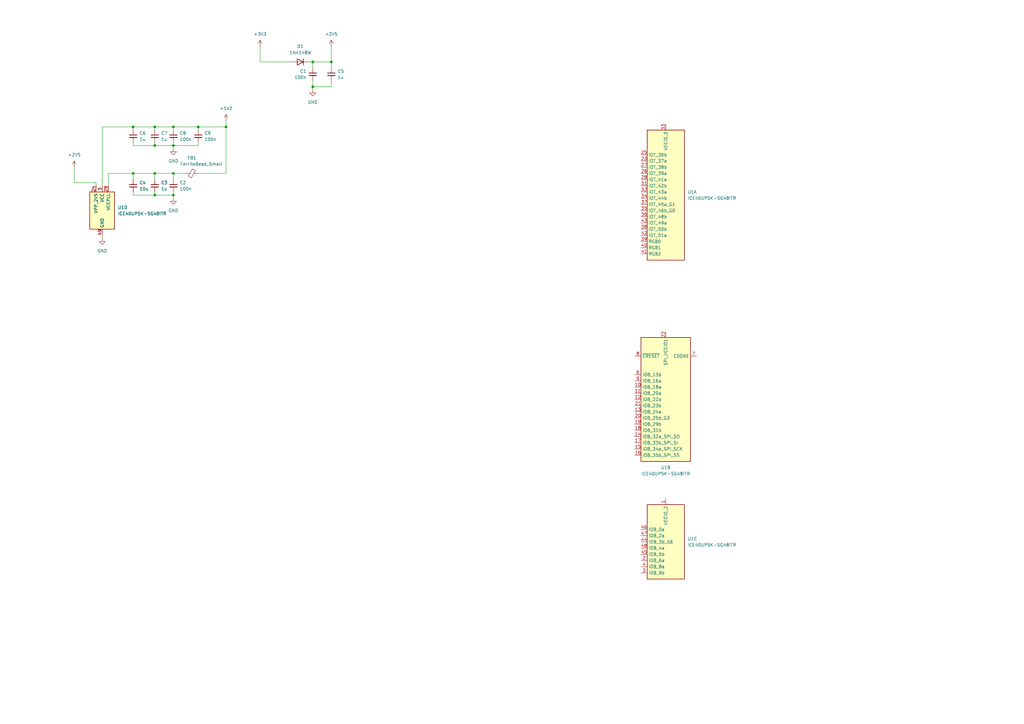
<source format=kicad_sch>
(kicad_sch (version 20230121) (generator eeschema)
  (paper "A3")
  (lib_symbols
    (symbol "Device:C_Small" (pin_numbers hide) (pin_names (offset 0.254) hide)
      (property "Reference" "C" (at 0.254 1.778 0))
      (property "Value" "C_Small" (at 0.254 -2.032 0))
      (symbol "C_Small_0_1"
        (polyline (pts (xy -1.524 -0.508) (xy 1.524 -0.508)) (stroke (width 0.3302)))
        (polyline (pts (xy -1.524 0.508) (xy 1.524 0.508)) (stroke (width 0.3048)))
      )
      (symbol "C_Small_1_1"
        (pin passive line (at 0 2.54 270) (length 2.032) (name "~") (number "1"))
        (pin passive line (at 0 -2.54 90) (length 2.032) (name "~") (number "2"))
      )
    )
    (symbol "Device:FerriteBead_Small" (pin_numbers hide) (pin_names (offset 0))
      (property "Reference" "FB" (at 1.905 1.27 0))
      (property "Value" "FerriteBead_Small" (at 1.905 -1.27 0))
      (symbol "FerriteBead_Small_0_1"
        (polyline (pts (xy 0 -1.27) (xy 0 -0.7874)))
        (polyline (pts (xy 0 0.889) (xy 0 1.2954)))
        (polyline (pts (xy -1.8288 0.2794) (xy -1.1176 1.4986) (xy 1.8288 -0.2032) (xy 1.1176 -1.4224) (xy -1.8288 0.2794)))
      )
      (symbol "FerriteBead_Small_1_1"
        (pin passive line (at 0 2.54 270) (length 1.27) (name "~") (number "1"))
        (pin passive line (at 0 -2.54 90) (length 1.27) (name "~") (number "2"))
      )
    )
    (symbol "Diode:1N4148W" (pin_numbers hide) (pin_names hide)
      (property "Reference" "D" (at 0 2.54 0))
      (property "Value" "1N4148W" (at 0 -2.54 0))
      (symbol "1N4148W_0_1"
        (polyline (pts (xy -1.27 1.27) (xy -1.27 -1.27)) (stroke (width 0.254)))
        (polyline (pts (xy 1.27 0) (xy -1.27 0)))
        (polyline (pts (xy 1.27 1.27) (xy 1.27 -1.27) (xy -1.27 0) (xy 1.27 1.27)) (stroke (width 0.254)))
      )
      (symbol "1N4148W_1_1"
        (pin passive line (at -3.81 0 0) (length 2.54) (name "K") (number "1"))
        (pin passive line (at 3.81 0 180) (length 2.54) (name "A") (number "2"))
      )
    )
    (symbol "FPGA_Lattice:ICE40UP5K-SG48ITR"
      (property "Reference" "U" (at -8.89 -29.21 0))
      (property "Value" "ICE40UP5K-SG48ITR" (at 0 -31.75 0))
      (symbol "ICE40UP5K-SG48ITR_1_1"
        (rectangle (start -7.62 25.4) (end 7.62 -27.94) (stroke (width 0.254)) (fill (type background)))
        (pin bidirectional line (at -10.16 12.7 0) (length 2.54) (name "IOT_37a") (number "23"))
        (pin bidirectional line (at -10.16 15.24 0) (length 2.54) (name "IOT_36b") (number "25"))
        (pin bidirectional line (at -10.16 7.62 0) (length 2.54) (name "IOT_39a") (number "26"))
        (pin bidirectional line (at -10.16 10.16 0) (length 2.54) (name "IOT_38b") (number "27"))
        (pin bidirectional line (at -10.16 5.08 0) (length 2.54) (name "IOT_41a") (number "28"))
        (pin bidirectional line (at -10.16 2.54 0) (length 2.54) (name "IOT_42b") (number "31"))
        (pin bidirectional line (at -10.16 0 0) (length 2.54) (name "IOT_43a") (number "32"))
        (pin power_in line (at 0 27.94 270) (length 2.54) (name "VCCIO_0") (number "33"))
        (pin bidirectional line (at -10.16 -2.54 0) (length 2.54) (name "IOT_44b") (number "34"))
        (pin bidirectional line (at -10.16 -7.62 0) (length 2.54) (name "IOT_46b_G0") (number "35"))
        (pin bidirectional line (at -10.16 -10.16 0) (length 2.54) (name "IOT_48b") (number "36"))
        (pin bidirectional line (at -10.16 -5.08 0) (length 2.54) (name "IOT_45a_G1") (number "37"))
        (pin bidirectional line (at -10.16 -15.24 0) (length 2.54) (name "IOT_50b") (number "38"))
        (pin open_collector line (at -10.16 -20.32 0) (length 2.54) (name "RGB0") (number "39"))
        (pin open_collector line (at -10.16 -22.86 0) (length 2.54) (name "RGB1") (number "40"))
        (pin open_collector line (at -10.16 -25.4 0) (length 2.54) (name "RGB2") (number "41"))
        (pin bidirectional line (at -10.16 -17.78 0) (length 2.54) (name "IOT_51a") (number "42"))
        (pin bidirectional line (at -10.16 -12.7 0) (length 2.54) (name "IOT_49a") (number "43"))
      )
      (symbol "ICE40UP5K-SG48ITR_2_1"
        (rectangle (start -10.16 25.4) (end 10.16 -25.4) (stroke (width 0.254)) (fill (type background)))
        (pin bidirectional line (at -12.7 5.08 0) (length 2.54) (name "IOB_18a") (number "10"))
        (pin bidirectional line (at -12.7 2.54 0) (length 2.54) (name "IOB_20a") (number "11"))
        (pin bidirectional line (at -12.7 0 0) (length 2.54) (name "IOB_22a") (number "12"))
        (pin bidirectional line (at -12.7 -5.08 0) (length 2.54) (name "IOB_24a") (number "13"))
        (pin bidirectional line (at -12.7 -15.24 0) (length 2.54) (name "IOB_32a_SPI_SO") (number "14"))
        (pin bidirectional line (at -12.7 -20.32 0) (length 2.54) (name "IOB_34a_SPI_SCK") (number "15"))
        (pin bidirectional line (at -12.7 -22.86 0) (length 2.54) (name "IOB_35b_SPI_SS") (number "16"))
        (pin bidirectional line (at -12.7 -17.78 0) (length 2.54) (name "IOB_33b_SPI_SI") (number "17"))
        (pin bidirectional line (at -12.7 -12.7 0) (length 2.54) (name "IOB_31b") (number "18"))
        (pin bidirectional line (at -12.7 -10.16 0) (length 2.54) (name "IOB_29b") (number "19"))
        (pin bidirectional line (at -12.7 -7.62 0) (length 2.54) (name "IOB_25b_G3") (number "20"))
        (pin bidirectional line (at -12.7 -2.54 0) (length 2.54) (name "IOB_23b") (number "21"))
        (pin power_in line (at 0 27.94 270) (length 2.54) (name "SPI_VCCIO1") (number "22"))
        (pin bidirectional line (at -12.7 10.16 0) (length 2.54) (name "IOB_13b") (number "6"))
        (pin open_collector line (at 12.7 17.78 180) (length 2.54) (name "CDONE") (number "7"))
        (pin input line (at -12.7 17.78 0) (length 2.54) (name "~{CRESET}") (number "8"))
        (pin bidirectional line (at -12.7 7.62 0) (length 2.54) (name "IOB_16a") (number "9"))
      )
      (symbol "ICE40UP5K-SG48ITR_3_1"
        (rectangle (start -7.62 15.24) (end 7.62 -15.24) (stroke (width 0.254)) (fill (type background)))
        (pin power_in line (at 0 17.78 270) (length 2.54) (name "VCCIO_2") (number "1"))
        (pin bidirectional line (at -10.16 -7.62 0) (length 2.54) (name "IOB_6a") (number "2"))
        (pin bidirectional line (at -10.16 -12.7 0) (length 2.54) (name "IOB_9b") (number "3"))
        (pin bidirectional line (at -10.16 -10.16 0) (length 2.54) (name "IOB_8a") (number "4"))
        (pin bidirectional line (at -10.16 0 0) (length 2.54) (name "IOB_3b_G6") (number "44"))
        (pin bidirectional line (at -10.16 -5.08 0) (length 2.54) (name "IOB_5b") (number "45"))
        (pin bidirectional line (at -10.16 5.08 0) (length 2.54) (name "IOB_0a") (number "46"))
        (pin bidirectional line (at -10.16 2.54 0) (length 2.54) (name "IOB_2a") (number "47"))
        (pin bidirectional line (at -10.16 -2.54 0) (length 2.54) (name "IOB_4a") (number "48"))
      )
      (symbol "ICE40UP5K-SG48ITR_4_1"
        (rectangle (start -5.08 7.62) (end 5.08 -7.62) (stroke (width 0.254)) (fill (type background)))
        (pin power_in line (at -2.54 10.16 270) (length 2.54) (name "VPP_2V5") (number "24"))
        (pin power_out line (at 2.54 10.16 270) (length 2.54) (name "VCCPLL") (number "29"))
        (pin passive line (at 0 10.16 270) (length 2.54) hide (name "VCC") (number "30"))
        (pin power_in line (at 0 -10.16 90) (length 2.54) (name "GND") (number "49"))
        (pin power_in line (at 0 10.16 270) (length 2.54) (name "VCC") (number "5"))
      )
    )
    (symbol "power:+1V2" (power) (pin_names (offset 0))
      (property "Value" "+1V2" (at 0 3.556 0))
      (symbol "+1V2_0_1"
        (polyline (pts (xy -0.762 1.27) (xy 0 2.54)))
        (polyline (pts (xy 0 0) (xy 0 2.54)))
        (polyline (pts (xy 0 2.54) (xy 0.762 1.27)))
      )
      (symbol "+1V2_1_1"
        (pin power_in line (at 0 0 90) (length 0) hide (name "+1V2") (number "1"))
      )
    )
    (symbol "power:+2V5" (power) (pin_names (offset 0))
      (property "Value" "+2V5" (at 0 3.556 0))
      (symbol "+2V5_0_1"
        (polyline (pts (xy -0.762 1.27) (xy 0 2.54)))
        (polyline (pts (xy 0 0) (xy 0 2.54)))
        (polyline (pts (xy 0 2.54) (xy 0.762 1.27)))
      )
      (symbol "+2V5_1_1"
        (pin power_in line (at 0 0 90) (length 0) hide (name "+2V5") (number "1"))
      )
    )
    (symbol "power:+3V3" (power) (pin_names (offset 0))
      (property "Value" "+3V3" (at 0 3.556 0))
      (symbol "+3V3_0_1"
        (polyline (pts (xy -0.762 1.27) (xy 0 2.54)))
        (polyline (pts (xy 0 0) (xy 0 2.54)))
        (polyline (pts (xy 0 2.54) (xy 0.762 1.27)))
      )
      (symbol "+3V3_1_1"
        (pin power_in line (at 0 0 90) (length 0) hide (name "+3V3") (number "1"))
      )
    )
    (symbol "power:GND" (power) (pin_names (offset 0))
      (property "Value" "GND" (at 0 -3.81 0))
      (symbol "GND_0_1"
        (polyline (pts (xy 0 0) (xy 0 -1.27) (xy 1.27 -1.27) (xy 0 -2.54) (xy -1.27 -1.27) (xy 0 -1.27)))
      )
      (symbol "GND_1_1"
        (pin power_in line (at 0 0 270) (length 0) hide (name "GND") (number "1"))
      )
    )
  )
  (junction (at 128.27 35.56))
  (junction (at 128.27 25.4))
  (junction (at 135.89 25.4))
  (junction (at 63.5 59.69))
  (junction (at 71.12 80.01))
  (junction (at 71.12 52.07))
  (junction (at 54.61 52.07))
  (junction (at 63.5 71.12))
  (junction (at 71.12 71.12))
  (junction (at 71.12 59.69))
  (junction (at 92.71 52.07))
  (junction (at 81.28 52.07))
  (junction (at 54.61 71.12))
  (junction (at 63.5 80.01))
  (junction (at 63.5 52.07))
  (wire (pts (xy 54.61 52.07) (xy 54.61 53.34)))
  (wire (pts (xy 128.27 25.4) (xy 128.27 27.94)))
  (wire (pts (xy 135.89 35.56) (xy 128.27 35.56)))
  (wire (pts (xy 71.12 52.07) (xy 71.12 53.34)))
  (wire (pts (xy 128.27 35.56) (xy 128.27 36.83)))
  (wire (pts (xy 63.5 52.07) (xy 63.5 53.34)))
  (wire (pts (xy 106.68 25.4) (xy 119.38 25.4)))
  (wire (pts (xy 63.5 80.01) (xy 54.61 80.01)))
  (wire (pts (xy 76.2 71.12) (xy 71.12 71.12)))
  (wire (pts (xy 54.61 71.12) (xy 44.45 71.12)))
  (wire (pts (xy 63.5 59.69) (xy 63.5 58.42)))
  (wire (pts (xy 92.71 52.07) (xy 92.71 71.12)))
  (wire (pts (xy 63.5 80.01) (xy 63.5 78.74)))
  (wire (pts (xy 41.91 96.52) (xy 41.91 97.79)))
  (wire (pts (xy 71.12 59.69) (xy 63.5 59.69)))
  (wire (pts (xy 71.12 59.69) (xy 81.28 59.69)))
  (wire (pts (xy 71.12 71.12) (xy 71.12 73.66)))
  (wire (pts (xy 106.68 19.05) (xy 106.68 25.4)))
  (wire (pts (xy 63.5 71.12) (xy 54.61 71.12)))
  (wire (pts (xy 54.61 52.07) (xy 63.5 52.07)))
  (wire (pts (xy 71.12 71.12) (xy 63.5 71.12)))
  (wire (pts (xy 39.37 74.93) (xy 39.37 76.2)))
  (wire (pts (xy 81.28 59.69) (xy 81.28 58.42)))
  (wire (pts (xy 71.12 59.69) (xy 71.12 60.96)))
  (wire (pts (xy 54.61 59.69) (xy 54.61 58.42)))
  (wire (pts (xy 41.91 52.07) (xy 54.61 52.07)))
  (wire (pts (xy 81.28 52.07) (xy 92.71 52.07)))
  (wire (pts (xy 81.28 53.34) (xy 81.28 52.07)))
  (wire (pts (xy 63.5 52.07) (xy 71.12 52.07)))
  (wire (pts (xy 63.5 71.12) (xy 63.5 73.66)))
  (wire (pts (xy 54.61 71.12) (xy 54.61 73.66)))
  (wire (pts (xy 30.48 74.93) (xy 39.37 74.93)))
  (wire (pts (xy 92.71 49.53) (xy 92.71 52.07)))
  (wire (pts (xy 127 25.4) (xy 128.27 25.4)))
  (wire (pts (xy 135.89 33.02) (xy 135.89 35.56)))
  (wire (pts (xy 71.12 78.74) (xy 71.12 80.01)))
  (wire (pts (xy 30.48 68.58) (xy 30.48 74.93)))
  (wire (pts (xy 54.61 80.01) (xy 54.61 78.74)))
  (wire (pts (xy 128.27 25.4) (xy 135.89 25.4)))
  (wire (pts (xy 135.89 19.05) (xy 135.89 25.4)))
  (wire (pts (xy 135.89 25.4) (xy 135.89 27.94)))
  (wire (pts (xy 92.71 71.12) (xy 81.28 71.12)))
  (wire (pts (xy 71.12 58.42) (xy 71.12 59.69)))
  (wire (pts (xy 41.91 52.07) (xy 41.91 76.2)))
  (wire (pts (xy 71.12 52.07) (xy 81.28 52.07)))
  (wire (pts (xy 71.12 80.01) (xy 63.5 80.01)))
  (wire (pts (xy 44.45 71.12) (xy 44.45 76.2)))
  (wire (pts (xy 63.5 59.69) (xy 54.61 59.69)))
  (wire (pts (xy 128.27 33.02) (xy 128.27 35.56)))
  (wire (pts (xy 71.12 80.01) (xy 71.12 81.28)))
  (symbol (lib_id "power:GND") (at 71.12 60.96 0) (unit 1)
    (property "Reference" "#PWR08" (effects hide))
    (property "Value" "GND" (at 71.12 66.04 0))
  )
  (symbol (lib_id "power:+2V5") (at 135.89 19.05 0) (unit 1)
    (property "Reference" "#PWR06" (effects hide))
    (property "Value" "+2V5" (at 135.89 13.97 0))
  )
  (symbol (lib_id "Device:C_Small") (at 54.61 76.2 0) (mirror y) (unit 1)
    (property "Reference" "C4" (at 57.15 74.9363 0) (effects (justify right)))
    (property "Value" "10u" (at 57.15 77.4763 0) (effects (justify right)))
  )
  (symbol (lib_id "FPGA_Lattice:ICE40UP5K-SG48ITR") (at 273.05 163.83 0) (unit 2)
    (property "Reference" "U1" (at 273.05 191.77 0))
    (property "Value" "ICE40UP5K-SG48ITR" (at 273.05 194.31 0))
    (property "Footprint" "Package_DFN_QFN:QFN-48-1EP_7x7mm_P0.5mm_EP5.6x5.6mm" (effects hide))
    (property "Datasheet" "http://www.latticesemi.com/Products/FPGAandCPLD/iCE40Ultra" (effects hide))
  )
  (symbol (lib_id "power:GND") (at 128.27 36.83 0) (unit 1)
    (property "Reference" "#PWR02" (effects hide))
    (property "Value" "GND" (at 128.27 41.91 0))
  )
  (symbol (lib_id "FPGA_Lattice:ICE40UP5K-SG48ITR") (at 41.91 86.36 0) (unit 4)
    (property "Reference" "U1" (at 48.26 85.09 0) (effects (justify left)))
    (property "Value" "ICE40UP5K-SG48ITR" (at 48.26 87.63 0) (effects (justify left)))
    (property "Footprint" "Package_DFN_QFN:QFN-48-1EP_7x7mm_P0.5mm_EP5.6x5.6mm" (effects hide))
    (property "Datasheet" "http://www.latticesemi.com/Products/FPGAandCPLD/iCE40Ultra" (effects hide))
  )
  (symbol (lib_id "FPGA_Lattice:ICE40UP5K-SG48ITR") (at 273.05 222.25 0) (unit 3)
    (property "Reference" "U1" (at 281.94 220.98 0) (effects (justify left)))
    (property "Value" "ICE40UP5K-SG48ITR" (at 281.94 223.52 0) (effects (justify left)))
    (property "Footprint" "Package_DFN_QFN:QFN-48-1EP_7x7mm_P0.5mm_EP5.6x5.6mm" (effects hide))
    (property "Datasheet" "http://www.latticesemi.com/Products/FPGAandCPLD/iCE40Ultra" (effects hide))
  )
  (symbol (lib_id "Device:C_Small") (at 71.12 55.88 0) (mirror y) (unit 1)
    (property "Reference" "C8" (at 73.66 54.6163 0) (effects (justify right)))
    (property "Value" "100n" (at 73.66 57.1563 0) (effects (justify right)))
  )
  (symbol (lib_id "Device:C_Small") (at 81.28 55.88 0) (mirror y) (unit 1)
    (property "Reference" "C9" (at 83.82 54.6163 0) (effects (justify right)))
    (property "Value" "100n" (at 83.82 57.1563 0) (effects (justify right)))
  )
  (symbol (lib_id "FPGA_Lattice:ICE40UP5K-SG48ITR") (at 273.05 78.74 0) (unit 1)
    (property "Reference" "U1" (at 281.94 78.74 0) (effects (justify left)))
    (property "Value" "ICE40UP5K-SG48ITR" (at 281.94 81.28 0) (effects (justify left)))
    (property "Footprint" "Package_DFN_QFN:QFN-48-1EP_7x7mm_P0.5mm_EP5.6x5.6mm" (effects hide))
    (property "Datasheet" "http://www.latticesemi.com/Products/FPGAandCPLD/iCE40Ultra" (effects hide))
  )
  (symbol (lib_id "Device:C_Small") (at 71.12 76.2 0) (mirror y) (unit 1)
    (property "Reference" "C2" (at 73.66 74.9363 0) (effects (justify right)))
    (property "Value" "100n" (at 73.66 77.4763 0) (effects (justify right)))
  )
  (symbol (lib_id "power:GND") (at 71.12 81.28 0) (unit 1)
    (property "Reference" "#PWR05" (effects hide))
    (property "Value" "GND" (at 71.12 86.36 0))
  )
  (symbol (lib_id "Device:C_Small") (at 135.89 30.48 0) (mirror y) (unit 1)
    (property "Reference" "C5" (at 138.43 29.2163 0) (effects (justify right)))
    (property "Value" "1u" (at 138.43 31.7563 0) (effects (justify right)))
  )
  (symbol (lib_id "Device:FerriteBead_Small") (at 78.74 71.12 90) (unit 1)
    (property "Reference" "FB1" (at 78.7019 64.77 90))
    (property "Value" "FerriteBead_Small" (at 82.55 67.31 90))
  )
  (symbol (lib_id "Device:C_Small") (at 54.61 55.88 0) (mirror y) (unit 1)
    (property "Reference" "C6" (at 57.15 54.6163 0) (effects (justify right)))
    (property "Value" "1u" (at 57.15 57.1563 0) (effects (justify right)))
  )
  (symbol (lib_id "Diode:1N4148W") (at 123.19 25.4 180) (unit 1)
    (property "Reference" "D1" (at 123.19 19.05 0))
    (property "Value" "1N4148W" (at 123.19 21.59 0))
    (property "Footprint" "Diode_SMD:D_SOD-123" (effects hide))
    (property "Datasheet" "https://www.vishay.com/docs/85748/1n4148w.pdf" (effects hide))
    (property "Sim.Device" "D" (effects hide))
    (property "Sim.Pins" "1=K 2=A" (effects hide))
  )
  (symbol (lib_id "Device:C_Small") (at 128.27 30.48 0) (unit 1)
    (property "Reference" "C1" (at 125.73 29.2163 0) (effects (justify right)))
    (property "Value" "100n" (at 125.73 31.7563 0) (effects (justify right)))
  )
  (symbol (lib_id "power:+1V2") (at 92.71 49.53 0) (unit 1)
    (property "Reference" "#PWR04" (effects hide))
    (property "Value" "+1V2" (at 92.71 44.45 0))
  )
  (symbol (lib_id "Device:C_Small") (at 63.5 55.88 0) (mirror y) (unit 1)
    (property "Reference" "C7" (at 66.04 54.6163 0) (effects (justify right)))
    (property "Value" "1u" (at 66.04 57.1563 0) (effects (justify right)))
  )
  (symbol (lib_id "power:GND") (at 41.91 97.79 0) (unit 1)
    (property "Reference" "#PWR01" (effects hide))
    (property "Value" "GND" (at 41.91 102.87 0))
  )
  (symbol (lib_id "power:+2V5") (at 30.48 68.58 0) (unit 1)
    (property "Reference" "#PWR07" (effects hide))
    (property "Value" "+2V5" (at 30.48 63.5 0))
  )
  (symbol (lib_id "power:+3V3") (at 106.68 19.05 0) (unit 1)
    (property "Reference" "#PWR03" (effects hide))
    (property "Value" "+3V3" (at 106.68 13.97 0))
  )
  (symbol (lib_id "Device:C_Small") (at 63.5 76.2 0) (mirror y) (unit 1)
    (property "Reference" "C3" (at 66.04 74.9363 0) (effects (justify right)))
    (property "Value" "1u" (at 66.04 77.4763 0) (effects (justify right)))
  )
)
</source>
